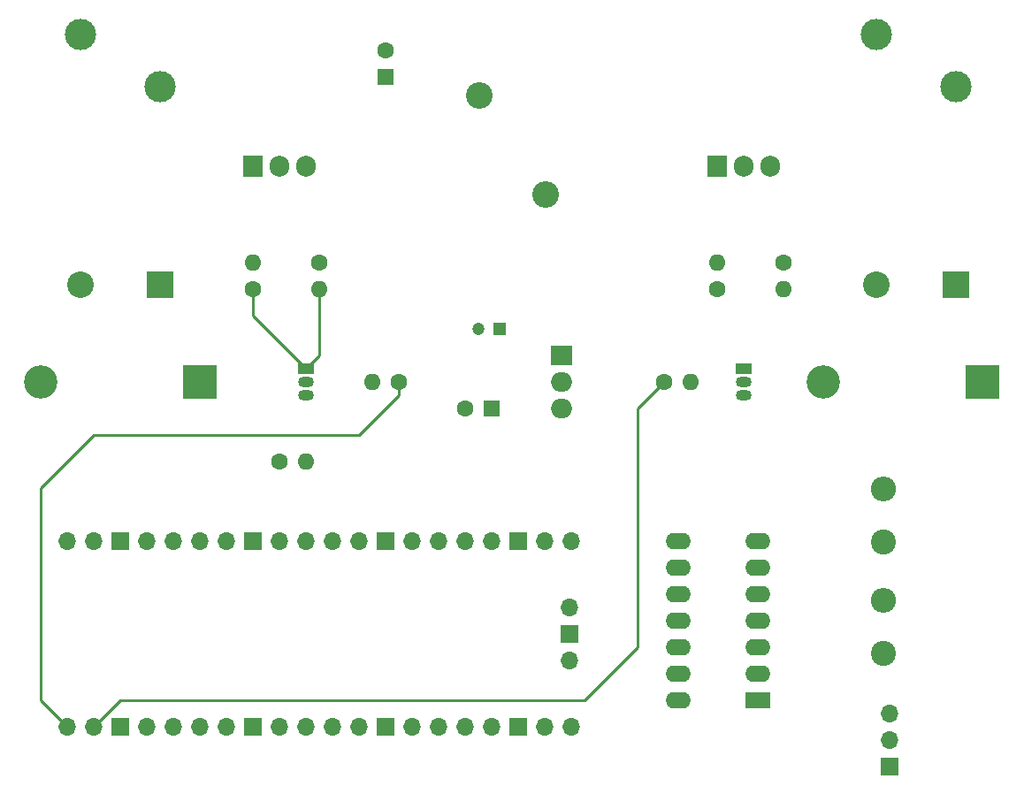
<source format=gbr>
%TF.GenerationSoftware,KiCad,Pcbnew,7.0.10*%
%TF.CreationDate,2024-07-18T14:31:58-06:00*%
%TF.ProjectId,Pressure-Controlled-Power-Outlet-control-PCB,50726573-7375-4726-952d-436f6e74726f,rev?*%
%TF.SameCoordinates,Original*%
%TF.FileFunction,Copper,L4,Bot*%
%TF.FilePolarity,Positive*%
%FSLAX46Y46*%
G04 Gerber Fmt 4.6, Leading zero omitted, Abs format (unit mm)*
G04 Created by KiCad (PCBNEW 7.0.10) date 2024-07-18 14:31:58*
%MOMM*%
%LPD*%
G01*
G04 APERTURE LIST*
%TA.AperFunction,ComponentPad*%
%ADD10C,2.550000*%
%TD*%
%TA.AperFunction,ComponentPad*%
%ADD11R,1.200000X1.200000*%
%TD*%
%TA.AperFunction,ComponentPad*%
%ADD12C,1.200000*%
%TD*%
%TA.AperFunction,ComponentPad*%
%ADD13O,1.700000X1.700000*%
%TD*%
%TA.AperFunction,ComponentPad*%
%ADD14R,1.700000X1.700000*%
%TD*%
%TA.AperFunction,ComponentPad*%
%ADD15C,1.600000*%
%TD*%
%TA.AperFunction,ComponentPad*%
%ADD16O,1.600000X1.600000*%
%TD*%
%TA.AperFunction,ComponentPad*%
%ADD17R,1.500000X1.050000*%
%TD*%
%TA.AperFunction,ComponentPad*%
%ADD18O,1.500000X1.050000*%
%TD*%
%TA.AperFunction,ComponentPad*%
%ADD19R,1.905000X2.000000*%
%TD*%
%TA.AperFunction,ComponentPad*%
%ADD20O,1.905000X2.000000*%
%TD*%
%TA.AperFunction,ComponentPad*%
%ADD21R,3.200000X3.200000*%
%TD*%
%TA.AperFunction,ComponentPad*%
%ADD22O,3.200000X3.200000*%
%TD*%
%TA.AperFunction,ComponentPad*%
%ADD23R,2.000000X1.905000*%
%TD*%
%TA.AperFunction,ComponentPad*%
%ADD24O,2.000000X1.905000*%
%TD*%
%TA.AperFunction,ComponentPad*%
%ADD25R,2.400000X1.600000*%
%TD*%
%TA.AperFunction,ComponentPad*%
%ADD26O,2.400000X1.600000*%
%TD*%
%TA.AperFunction,ComponentPad*%
%ADD27C,2.400000*%
%TD*%
%TA.AperFunction,ComponentPad*%
%ADD28O,2.400000X2.400000*%
%TD*%
%TA.AperFunction,ComponentPad*%
%ADD29C,3.000000*%
%TD*%
%TA.AperFunction,ComponentPad*%
%ADD30R,2.540000X2.540000*%
%TD*%
%TA.AperFunction,ComponentPad*%
%ADD31C,2.540000*%
%TD*%
%TA.AperFunction,ComponentPad*%
%ADD32R,1.600000X1.600000*%
%TD*%
%TA.AperFunction,Conductor*%
%ADD33C,0.250000*%
%TD*%
G04 APERTURE END LIST*
D10*
%TO.P,J2,1,1*%
%TO.N,GND*%
X139759801Y-87475000D03*
%TO.P,J2,2,2*%
%TO.N,+24V*%
X133409801Y-77975000D03*
%TD*%
D11*
%TO.P,C3,1*%
%TO.N,+24V*%
X135350000Y-100330000D03*
D12*
%TO.P,C3,2*%
%TO.N,GND*%
X133350000Y-100330000D03*
%TD*%
D13*
%TO.P,U1,1,GPIO0*%
%TO.N,/Activate_Live*%
X93980000Y-138430000D03*
%TO.P,U1,2,GPIO1*%
%TO.N,/Activate_Neutral*%
X96520000Y-138430000D03*
D14*
%TO.P,U1,3,GND*%
%TO.N,GND*%
X99060000Y-138430000D03*
D13*
%TO.P,U1,4,GPIO2*%
%TO.N,unconnected-(U1-GPIO2-Pad4)*%
X101600000Y-138430000D03*
%TO.P,U1,5,GPIO3*%
%TO.N,unconnected-(U1-GPIO3-Pad5)*%
X104140000Y-138430000D03*
%TO.P,U1,6,GPIO4*%
%TO.N,unconnected-(U1-GPIO4-Pad6)*%
X106680000Y-138430000D03*
%TO.P,U1,7,GPIO5*%
%TO.N,unconnected-(U1-GPIO5-Pad7)*%
X109220000Y-138430000D03*
D14*
%TO.P,U1,8,GND*%
%TO.N,GND*%
X111760000Y-138430000D03*
D13*
%TO.P,U1,9,GPIO6*%
%TO.N,unconnected-(U1-GPIO6-Pad9)*%
X114300000Y-138430000D03*
%TO.P,U1,10,GPIO7*%
%TO.N,unconnected-(U1-GPIO7-Pad10)*%
X116840000Y-138430000D03*
%TO.P,U1,11,GPIO8*%
%TO.N,unconnected-(U1-GPIO8-Pad11)*%
X119380000Y-138430000D03*
%TO.P,U1,12,GPIO9*%
%TO.N,unconnected-(U1-GPIO9-Pad12)*%
X121920000Y-138430000D03*
D14*
%TO.P,U1,13,GND*%
%TO.N,GND*%
X124460000Y-138430000D03*
D13*
%TO.P,U1,14,GPIO10*%
%TO.N,unconnected-(U1-GPIO10-Pad14)*%
X127000000Y-138430000D03*
%TO.P,U1,15,GPIO11*%
%TO.N,unconnected-(U1-GPIO11-Pad15)*%
X129540000Y-138430000D03*
%TO.P,U1,16,GPIO12*%
%TO.N,unconnected-(U1-GPIO12-Pad16)*%
X132080000Y-138430000D03*
%TO.P,U1,17,GPIO13*%
%TO.N,unconnected-(U1-GPIO13-Pad17)*%
X134620000Y-138430000D03*
D14*
%TO.P,U1,18,GND*%
%TO.N,GND*%
X137160000Y-138430000D03*
D13*
%TO.P,U1,19,GPIO14*%
%TO.N,unconnected-(U1-GPIO14-Pad19)*%
X139700000Y-138430000D03*
%TO.P,U1,20,GPIO15*%
%TO.N,unconnected-(U1-GPIO15-Pad20)*%
X142240000Y-138430000D03*
%TO.P,U1,21,GPIO16*%
%TO.N,unconnected-(U1-GPIO16-Pad21)*%
X142240000Y-120650000D03*
%TO.P,U1,22,GPIO17*%
%TO.N,unconnected-(U1-GPIO17-Pad22)*%
X139700000Y-120650000D03*
D14*
%TO.P,U1,23,GND*%
%TO.N,GND*%
X137160000Y-120650000D03*
D13*
%TO.P,U1,24,GPIO18*%
%TO.N,unconnected-(U1-GPIO18-Pad24)*%
X134620000Y-120650000D03*
%TO.P,U1,25,GPIO19*%
%TO.N,unconnected-(U1-GPIO19-Pad25)*%
X132080000Y-120650000D03*
%TO.P,U1,26,GPIO20*%
%TO.N,unconnected-(U1-GPIO20-Pad26)*%
X129540000Y-120650000D03*
%TO.P,U1,27,GPIO21*%
%TO.N,unconnected-(U1-GPIO21-Pad27)*%
X127000000Y-120650000D03*
D14*
%TO.P,U1,28,GND*%
%TO.N,GND*%
X124460000Y-120650000D03*
D13*
%TO.P,U1,29,GPIO22*%
%TO.N,unconnected-(U1-GPIO22-Pad29)*%
X121920000Y-120650000D03*
%TO.P,U1,30,RUN*%
%TO.N,unconnected-(U1-RUN-Pad30)*%
X119380000Y-120650000D03*
%TO.P,U1,31,GPIO26_ADC0*%
%TO.N,/ADC0*%
X116840000Y-120650000D03*
%TO.P,U1,32,GPIO27_ADC1*%
%TO.N,unconnected-(U1-GPIO27_ADC1-Pad32)*%
X114300000Y-120650000D03*
D14*
%TO.P,U1,33,AGND*%
%TO.N,Net-(U1-AGND)*%
X111760000Y-120650000D03*
D13*
%TO.P,U1,34,GPIO28_ADC2*%
%TO.N,unconnected-(U1-GPIO28_ADC2-Pad34)*%
X109220000Y-120650000D03*
%TO.P,U1,35,ADC_VREF*%
%TO.N,/ADC_Ref*%
X106680000Y-120650000D03*
%TO.P,U1,36,3V3*%
%TO.N,unconnected-(U1-3V3-Pad36)*%
X104140000Y-120650000D03*
%TO.P,U1,37,3V3_EN*%
%TO.N,unconnected-(U1-3V3_EN-Pad37)*%
X101600000Y-120650000D03*
D14*
%TO.P,U1,38,GND*%
%TO.N,GND*%
X99060000Y-120650000D03*
D13*
%TO.P,U1,39,VSYS*%
%TO.N,unconnected-(U1-VSYS-Pad39)*%
X96520000Y-120650000D03*
%TO.P,U1,40,VBUS*%
%TO.N,+5V*%
X93980000Y-120650000D03*
%TO.P,U1,41,SWCLK*%
%TO.N,unconnected-(U1-SWCLK-Pad41)*%
X142010000Y-132080000D03*
D14*
%TO.P,U1,42,GND*%
%TO.N,GND*%
X142010000Y-129540000D03*
D13*
%TO.P,U1,43,SWDIO*%
%TO.N,unconnected-(U1-SWDIO-Pad43)*%
X142010000Y-127000000D03*
%TD*%
D15*
%TO.P,R9,1*%
%TO.N,/Activate_Neutral*%
X151130000Y-105410000D03*
D16*
%TO.P,R9,2*%
%TO.N,Net-(Q1-B)*%
X153670000Y-105410000D03*
%TD*%
D15*
%TO.P,R8,1*%
%TO.N,/Activate_Live*%
X125730000Y-105410000D03*
D16*
%TO.P,R8,2*%
%TO.N,Net-(Q4-B)*%
X123190000Y-105410000D03*
%TD*%
D15*
%TO.P,R7,1*%
%TO.N,GND*%
X118110000Y-93980000D03*
D16*
%TO.P,R7,2*%
%TO.N,Net-(Q4-E)*%
X118110000Y-96520000D03*
%TD*%
D15*
%TO.P,R6,1*%
%TO.N,GND*%
X162560000Y-93980000D03*
D16*
%TO.P,R6,2*%
%TO.N,Net-(Q1-E)*%
X162560000Y-96520000D03*
%TD*%
D15*
%TO.P,R5,1*%
%TO.N,Net-(Q1-E)*%
X156210000Y-96520000D03*
D16*
%TO.P,R5,2*%
%TO.N,Net-(Q3-G)*%
X156210000Y-93980000D03*
%TD*%
D15*
%TO.P,R4,1*%
%TO.N,Net-(Q4-E)*%
X111760000Y-96520000D03*
D16*
%TO.P,R4,2*%
%TO.N,Net-(Q2-G)*%
X111760000Y-93980000D03*
%TD*%
D17*
%TO.P,Q4,1,E*%
%TO.N,Net-(Q4-E)*%
X116840000Y-104140000D03*
D18*
%TO.P,Q4,2,B*%
%TO.N,Net-(Q4-B)*%
X116840000Y-105410000D03*
%TO.P,Q4,3,C*%
%TO.N,+5V*%
X116840000Y-106680000D03*
%TD*%
D19*
%TO.P,Q3,1,G*%
%TO.N,Net-(Q3-G)*%
X156210000Y-84765000D03*
D20*
%TO.P,Q3,2,D*%
%TO.N,Net-(D2-A)*%
X158750000Y-84765000D03*
%TO.P,Q3,3,S*%
%TO.N,GND*%
X161290000Y-84765000D03*
%TD*%
D19*
%TO.P,Q2,1,G*%
%TO.N,Net-(Q2-G)*%
X111760000Y-84765000D03*
D20*
%TO.P,Q2,2,D*%
%TO.N,Net-(D1-A)*%
X114300000Y-84765000D03*
%TO.P,Q2,3,S*%
%TO.N,GND*%
X116840000Y-84765000D03*
%TD*%
D17*
%TO.P,Q1,1,E*%
%TO.N,Net-(Q1-E)*%
X158750000Y-104140000D03*
D18*
%TO.P,Q1,2,B*%
%TO.N,Net-(Q1-B)*%
X158750000Y-105410000D03*
%TO.P,Q1,3,C*%
%TO.N,+5V*%
X158750000Y-106680000D03*
%TD*%
D21*
%TO.P,D2,1,K*%
%TO.N,+24V*%
X181610000Y-105410000D03*
D22*
%TO.P,D2,2,A*%
%TO.N,Net-(D2-A)*%
X166370000Y-105410000D03*
%TD*%
D21*
%TO.P,D1,1,K*%
%TO.N,+24V*%
X106680000Y-105410000D03*
D22*
%TO.P,D1,2,A*%
%TO.N,Net-(D1-A)*%
X91440000Y-105410000D03*
%TD*%
D23*
%TO.P,U3,1,VI*%
%TO.N,+24V*%
X141295000Y-102870000D03*
D24*
%TO.P,U3,2,GND*%
%TO.N,GND*%
X141295000Y-105410000D03*
%TO.P,U3,3,VO*%
%TO.N,+5V*%
X141295000Y-107950000D03*
%TD*%
D25*
%TO.P,U2,1*%
%TO.N,/ADC0*%
X160035000Y-135895000D03*
D26*
%TO.P,U2,2,-*%
X160035000Y-133355000D03*
%TO.P,U2,3,+*%
%TO.N,Net-(U2A-+)*%
X160035000Y-130815000D03*
%TO.P,U2,4*%
%TO.N,N/C*%
X160035000Y-128275000D03*
%TO.P,U2,5*%
X160035000Y-125735000D03*
%TO.P,U2,6*%
X160035000Y-123195000D03*
%TO.P,U2,7*%
X160035000Y-120655000D03*
%TO.P,U2,8*%
X152415000Y-120655000D03*
%TO.P,U2,9*%
X152415000Y-123195000D03*
%TO.P,U2,10*%
X152415000Y-125735000D03*
%TO.P,U2,11*%
X152415000Y-128275000D03*
%TO.P,U2,12*%
X152415000Y-130815000D03*
%TO.P,U2,13*%
X152415000Y-133355000D03*
%TO.P,U2,14*%
X152415000Y-135895000D03*
%TD*%
D15*
%TO.P,R3,1*%
%TO.N,Net-(U1-AGND)*%
X114300000Y-113030000D03*
D16*
%TO.P,R3,2*%
%TO.N,GND*%
X116840000Y-113030000D03*
%TD*%
D27*
%TO.P,R2,1*%
%TO.N,Net-(U2A-+)*%
X172085000Y-120760000D03*
D28*
%TO.P,R2,2*%
%TO.N,GND*%
X172085000Y-115680000D03*
%TD*%
D27*
%TO.P,R1,1*%
%TO.N,/Water Pressure 5V*%
X172085000Y-131445000D03*
D28*
%TO.P,R1,2*%
%TO.N,Net-(U2A-+)*%
X172085000Y-126365000D03*
%TD*%
D29*
%TO.P,K2,11*%
%TO.N,unconnected-(K2-Pad11)*%
X179060000Y-77190000D03*
%TO.P,K2,14*%
%TO.N,unconnected-(K2-Pad14)*%
X171440000Y-72150000D03*
D30*
%TO.P,K2,A1*%
%TO.N,+24V*%
X179060000Y-96090000D03*
D31*
%TO.P,K2,A2*%
%TO.N,Net-(D2-A)*%
X171440000Y-96090000D03*
%TD*%
D29*
%TO.P,K1,11*%
%TO.N,unconnected-(K1-Pad11)*%
X102860000Y-77190000D03*
%TO.P,K1,14*%
%TO.N,unconnected-(K1-Pad14)*%
X95240000Y-72150000D03*
D30*
%TO.P,K1,A1*%
%TO.N,+24V*%
X102860000Y-96090000D03*
D31*
%TO.P,K1,A2*%
%TO.N,Net-(D1-A)*%
X95240000Y-96090000D03*
%TD*%
D13*
%TO.P,J1,3,Pin_3*%
%TO.N,GND*%
X172695000Y-137145000D03*
%TO.P,J1,2,Pin_2*%
%TO.N,/Water Pressure 5V*%
X172695000Y-139685000D03*
D14*
%TO.P,J1,1,Pin_1*%
%TO.N,+5V*%
X172695000Y-142225000D03*
%TD*%
D32*
%TO.P,C2,1*%
%TO.N,+5V*%
X134580000Y-107950000D03*
D15*
%TO.P,C2,2*%
%TO.N,GND*%
X132080000Y-107950000D03*
%TD*%
D32*
%TO.P,C1,1*%
%TO.N,+24V*%
X124460000Y-76200000D03*
D15*
%TO.P,C1,2*%
%TO.N,GND*%
X124460000Y-73700000D03*
%TD*%
D33*
%TO.N,/Activate_Live*%
X91440000Y-135890000D02*
X93980000Y-138430000D01*
X91440000Y-115570000D02*
X91440000Y-135890000D01*
X121920000Y-110490000D02*
X96520000Y-110490000D01*
X96520000Y-110490000D02*
X91440000Y-115570000D01*
X125730000Y-106680000D02*
X121920000Y-110490000D01*
X125730000Y-105410000D02*
X125730000Y-106680000D01*
%TO.N,Net-(Q4-E)*%
X111760000Y-99060000D02*
X116840000Y-104140000D01*
X111760000Y-96520000D02*
X111760000Y-99060000D01*
X118110000Y-102870000D02*
X118110000Y-96520000D01*
X116840000Y-104140000D02*
X118110000Y-102870000D01*
%TO.N,/Activate_Neutral*%
X99060000Y-135890000D02*
X96520000Y-138430000D01*
X148590000Y-130810000D02*
X143510000Y-135890000D01*
X143510000Y-135890000D02*
X99060000Y-135890000D01*
X151130000Y-105410000D02*
X148590000Y-107950000D01*
X148590000Y-107950000D02*
X148590000Y-130810000D01*
%TD*%
M02*

</source>
